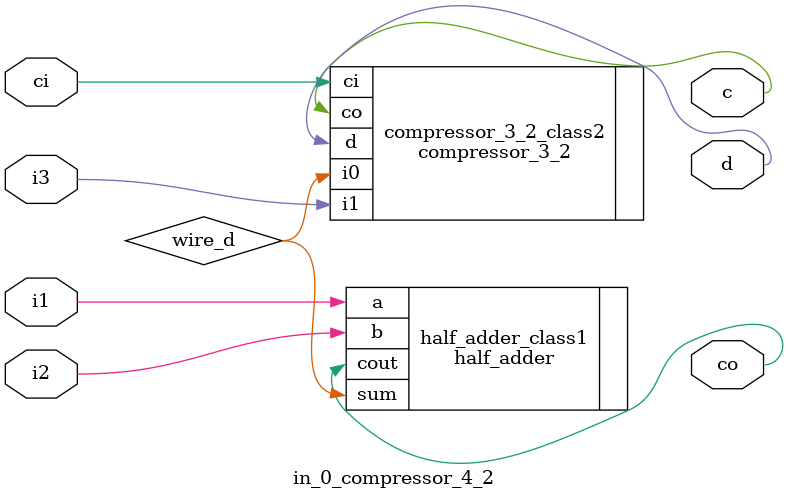
<source format=v>
`timescale 1ns / 1ps

// Counting resources from the gate-level circuit perspective
// Resource:     //--------------------------------------------
                 //|  Gate  |  Gate count  | Transistor count  |
                 //--------------------------------------------
                 //|  AND   |  1           | 6                 | 
                 //|  OR    |  0           | 0                 |
                 //|  NOT   |  2           | 4                 |  
                 //|  NAND  |  3           | 12                |
                 //|  NOR   |  2           | 8                 | 
                 //|  AOI4  |  2           | 16                |
                 //|  XNOR  |  0           | 0                 |
                 //|  XOR   |  0           | 0                 |
                 //---------------------------------------------
                 //| summary|  14          | 46                |
                 //---------------------------------------------
//////////////////////////////////////////////////////////////////////////////////
module in_0_compressor_4_2(
        input wire i1   ,
        input wire i2   ,
        input wire i3   ,
        input wire ci   ,
        
        output wire co  ,
        output wire c   ,
        output wire d   

    );
    
    wire   wire_d   ;   //第一级半加器与第一级3:2压缩器之间的连线
    //当原本4:2的i0为0时,第一级3:2压缩器变成半加器
    half_adder half_adder_class1(
        .a      (i1),
        .b      (i2),

        .cout   (co),
        .sum    (wire_d)
    );
    
    
    //第二个3:2压缩器
    compressor_3_2 compressor_3_2_class2(
        .i0     (wire_d),
        .i1     (i3),
        .ci     (ci),

        .co     (c),
        .d      (d)
    ); 
endmodule

</source>
